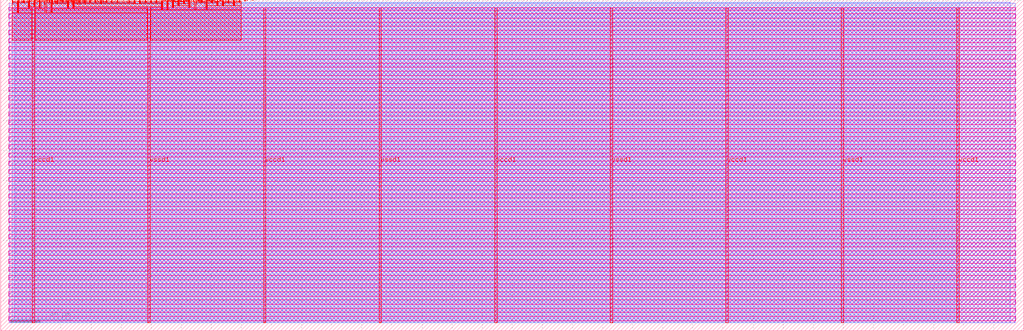
<source format=lef>
VERSION 5.7 ;
  NOWIREEXTENSIONATPIN ON ;
  DIVIDERCHAR "/" ;
  BUSBITCHARS "[]" ;
MACRO tt_um_greycode_top
  CLASS BLOCK ;
  FOREIGN tt_um_greycode_top ;
  ORIGIN 0.000 0.000 ;
  SIZE 679.880 BY 220.320 ;
  PIN clk
    DIRECTION INPUT ;
    USE SIGNAL ;
    PORT
      LAYER met4 ;
        RECT 158.550 219.150 158.850 220.320 ;
    END
  END clk
  PIN ena
    DIRECTION INPUT ;
    USE SIGNAL ;
    PORT
      LAYER met4 ;
        RECT 162.230 219.320 162.530 220.320 ;
    END
  END ena
  PIN rst_n
    DIRECTION INPUT ;
    USE SIGNAL ;
    PORT
      LAYER met4 ;
        RECT 154.870 216.740 155.170 220.320 ;
    END
  END rst_n
  PIN ui_in[0]
    DIRECTION INPUT ;
    USE SIGNAL ;
    PORT
      LAYER met4 ;
        RECT 151.190 218.780 151.490 220.320 ;
    END
  END ui_in[0]
  PIN ui_in[1]
    DIRECTION INPUT ;
    USE SIGNAL ;
    PORT
      LAYER met4 ;
        RECT 147.510 216.740 147.810 220.320 ;
    END
  END ui_in[1]
  PIN ui_in[2]
    DIRECTION INPUT ;
    USE SIGNAL ;
    PORT
      LAYER met4 ;
        RECT 143.830 216.740 144.130 220.320 ;
    END
  END ui_in[2]
  PIN ui_in[3]
    DIRECTION INPUT ;
    USE SIGNAL ;
    PORT
      LAYER met4 ;
        RECT 140.150 218.780 140.450 220.320 ;
    END
  END ui_in[3]
  PIN ui_in[4]
    DIRECTION INPUT ;
    USE SIGNAL ;
    PORT
      LAYER met4 ;
        RECT 136.470 214.020 136.770 220.320 ;
    END
  END ui_in[4]
  PIN ui_in[5]
    DIRECTION INPUT ;
    USE SIGNAL ;
    PORT
      LAYER met4 ;
        RECT 132.790 218.780 133.090 220.320 ;
    END
  END ui_in[5]
  PIN ui_in[6]
    DIRECTION INPUT ;
    USE SIGNAL ;
    PORT
      LAYER met4 ;
        RECT 129.110 214.020 129.410 220.320 ;
    END
  END ui_in[6]
  PIN ui_in[7]
    DIRECTION INPUT ;
    USE SIGNAL ;
    PORT
      LAYER met4 ;
        RECT 125.430 215.380 125.730 220.320 ;
    END
  END ui_in[7]
  PIN uio_in[0]
    DIRECTION INPUT ;
    USE SIGNAL ;
    PORT
      LAYER met4 ;
        RECT 121.750 218.100 122.050 220.320 ;
    END
  END uio_in[0]
  PIN uio_in[1]
    DIRECTION INPUT ;
    USE SIGNAL ;
    PORT
      LAYER met4 ;
        RECT 118.070 216.740 118.370 220.320 ;
    END
  END uio_in[1]
  PIN uio_in[2]
    DIRECTION INPUT ;
    USE SIGNAL ;
    PORT
      LAYER met4 ;
        RECT 114.390 215.380 114.690 220.320 ;
    END
  END uio_in[2]
  PIN uio_in[3]
    DIRECTION INPUT ;
    USE SIGNAL ;
    PORT
      LAYER met4 ;
        RECT 110.710 214.020 111.010 220.320 ;
    END
  END uio_in[3]
  PIN uio_in[4]
    DIRECTION INPUT ;
    USE SIGNAL ;
    PORT
      LAYER met4 ;
        RECT 107.030 214.020 107.330 220.320 ;
    END
  END uio_in[4]
  PIN uio_in[5]
    DIRECTION INPUT ;
    USE SIGNAL ;
    PORT
      LAYER met4 ;
        RECT 103.350 218.780 103.650 220.320 ;
    END
  END uio_in[5]
  PIN uio_in[6]
    DIRECTION INPUT ;
    USE SIGNAL ;
    PORT
      LAYER met4 ;
        RECT 99.670 218.780 99.970 220.320 ;
    END
  END uio_in[6]
  PIN uio_in[7]
    DIRECTION INPUT ;
    USE SIGNAL ;
    PORT
      LAYER met4 ;
        RECT 95.990 218.780 96.290 220.320 ;
    END
  END uio_in[7]
  PIN uio_oe[0]
    DIRECTION OUTPUT TRISTATE ;
    USE SIGNAL ;
    PORT
      LAYER met4 ;
        RECT 33.430 211.980 33.730 220.320 ;
    END
  END uio_oe[0]
  PIN uio_oe[1]
    DIRECTION OUTPUT TRISTATE ;
    USE SIGNAL ;
    PORT
      LAYER met4 ;
        RECT 29.750 211.980 30.050 220.320 ;
    END
  END uio_oe[1]
  PIN uio_oe[2]
    DIRECTION OUTPUT TRISTATE ;
    USE SIGNAL ;
    PORT
      LAYER met4 ;
        RECT 26.070 214.700 26.370 220.320 ;
    END
  END uio_oe[2]
  PIN uio_oe[3]
    DIRECTION OUTPUT TRISTATE ;
    USE SIGNAL ;
    PORT
      LAYER met4 ;
        RECT 22.390 216.060 22.690 220.320 ;
    END
  END uio_oe[3]
  PIN uio_oe[4]
    DIRECTION OUTPUT TRISTATE ;
    USE SIGNAL ;
    PORT
      LAYER met4 ;
        RECT 18.710 214.700 19.010 220.320 ;
    END
  END uio_oe[4]
  PIN uio_oe[5]
    DIRECTION OUTPUT TRISTATE ;
    USE SIGNAL ;
    PORT
      LAYER met4 ;
        RECT 15.030 218.780 15.330 220.320 ;
    END
  END uio_oe[5]
  PIN uio_oe[6]
    DIRECTION OUTPUT TRISTATE ;
    USE SIGNAL ;
    PORT
      LAYER met4 ;
        RECT 11.350 211.980 11.650 220.320 ;
    END
  END uio_oe[6]
  PIN uio_oe[7]
    DIRECTION OUTPUT TRISTATE ;
    USE SIGNAL ;
    PORT
      LAYER met4 ;
        RECT 7.670 218.780 7.970 220.320 ;
    END
  END uio_oe[7]
  PIN uio_out[0]
    DIRECTION OUTPUT TRISTATE ;
    USE SIGNAL ;
    PORT
      LAYER met4 ;
        RECT 62.870 218.780 63.170 220.320 ;
    END
  END uio_out[0]
  PIN uio_out[1]
    DIRECTION OUTPUT TRISTATE ;
    USE SIGNAL ;
    PORT
      LAYER met4 ;
        RECT 59.190 218.780 59.490 220.320 ;
    END
  END uio_out[1]
  PIN uio_out[2]
    DIRECTION OUTPUT TRISTATE ;
    USE SIGNAL ;
    PORT
      LAYER met4 ;
        RECT 55.510 218.780 55.810 220.320 ;
    END
  END uio_out[2]
  PIN uio_out[3]
    DIRECTION OUTPUT TRISTATE ;
    USE SIGNAL ;
    PORT
      LAYER met4 ;
        RECT 51.830 218.780 52.130 220.320 ;
    END
  END uio_out[3]
  PIN uio_out[4]
    DIRECTION OUTPUT TRISTATE ;
    USE SIGNAL ;
    PORT
      LAYER met4 ;
        RECT 48.150 214.700 48.450 220.320 ;
    END
  END uio_out[4]
  PIN uio_out[5]
    DIRECTION OUTPUT TRISTATE ;
    USE SIGNAL ;
    PORT
      LAYER met4 ;
        RECT 44.470 214.700 44.770 220.320 ;
    END
  END uio_out[5]
  PIN uio_out[6]
    DIRECTION OUTPUT TRISTATE ;
    USE SIGNAL ;
    PORT
      LAYER met4 ;
        RECT 40.790 218.780 41.090 220.320 ;
    END
  END uio_out[6]
  PIN uio_out[7]
    DIRECTION OUTPUT TRISTATE ;
    USE SIGNAL ;
    PORT
      LAYER met4 ;
        RECT 37.110 218.100 37.410 220.320 ;
    END
  END uio_out[7]
  PIN uo_out[0]
    DIRECTION OUTPUT TRISTATE ;
    USE SIGNAL ;
    PORT
      LAYER met4 ;
        RECT 92.310 218.100 92.610 220.320 ;
    END
  END uo_out[0]
  PIN uo_out[1]
    DIRECTION OUTPUT TRISTATE ;
    USE SIGNAL ;
    PORT
      LAYER met4 ;
        RECT 88.630 218.100 88.930 220.320 ;
    END
  END uo_out[1]
  PIN uo_out[2]
    DIRECTION OUTPUT TRISTATE ;
    USE SIGNAL ;
    PORT
      LAYER met4 ;
        RECT 84.950 218.780 85.250 220.320 ;
    END
  END uo_out[2]
  PIN uo_out[3]
    DIRECTION OUTPUT TRISTATE ;
    USE SIGNAL ;
    PORT
      LAYER met4 ;
        RECT 81.270 218.780 81.570 220.320 ;
    END
  END uo_out[3]
  PIN uo_out[4]
    DIRECTION OUTPUT TRISTATE ;
    USE SIGNAL ;
    PORT
      LAYER met4 ;
        RECT 77.590 218.780 77.890 220.320 ;
    END
  END uo_out[4]
  PIN uo_out[5]
    DIRECTION OUTPUT TRISTATE ;
    USE SIGNAL ;
    PORT
      LAYER met4 ;
        RECT 73.910 218.780 74.210 220.320 ;
    END
  END uo_out[5]
  PIN uo_out[6]
    DIRECTION OUTPUT TRISTATE ;
    USE SIGNAL ;
    PORT
      LAYER met4 ;
        RECT 70.230 218.780 70.530 220.320 ;
    END
  END uo_out[6]
  PIN uo_out[7]
    DIRECTION OUTPUT TRISTATE ;
    USE SIGNAL ;
    PORT
      LAYER met4 ;
        RECT 66.550 218.100 66.850 220.320 ;
    END
  END uo_out[7]
  PIN vccd1
    DIRECTION INOUT ;
    USE POWER ;
    PORT
      LAYER met4 ;
        RECT 21.040 5.200 22.640 215.120 ;
    END
    PORT
      LAYER met4 ;
        RECT 174.640 5.200 176.240 215.120 ;
    END
    PORT
      LAYER met4 ;
        RECT 328.240 5.200 329.840 215.120 ;
    END
    PORT
      LAYER met4 ;
        RECT 481.840 5.200 483.440 215.120 ;
    END
    PORT
      LAYER met4 ;
        RECT 635.440 5.200 637.040 215.120 ;
    END
  END vccd1
  PIN vssd1
    DIRECTION INOUT ;
    USE GROUND ;
    PORT
      LAYER met4 ;
        RECT 97.840 5.200 99.440 215.120 ;
    END
    PORT
      LAYER met4 ;
        RECT 251.440 5.200 253.040 215.120 ;
    END
    PORT
      LAYER met4 ;
        RECT 405.040 5.200 406.640 215.120 ;
    END
    PORT
      LAYER met4 ;
        RECT 558.640 5.200 560.240 215.120 ;
    END
  END vssd1
  OBS
      LAYER nwell ;
        RECT 5.330 213.465 674.550 215.070 ;
        RECT 5.330 208.025 674.550 210.855 ;
        RECT 5.330 202.585 674.550 205.415 ;
        RECT 5.330 197.145 674.550 199.975 ;
        RECT 5.330 191.705 674.550 194.535 ;
        RECT 5.330 186.265 674.550 189.095 ;
        RECT 5.330 180.825 674.550 183.655 ;
        RECT 5.330 175.385 674.550 178.215 ;
        RECT 5.330 169.945 674.550 172.775 ;
        RECT 5.330 164.505 674.550 167.335 ;
        RECT 5.330 159.065 674.550 161.895 ;
        RECT 5.330 153.625 674.550 156.455 ;
        RECT 5.330 148.185 674.550 151.015 ;
        RECT 5.330 142.745 674.550 145.575 ;
        RECT 5.330 137.305 674.550 140.135 ;
        RECT 5.330 131.865 674.550 134.695 ;
        RECT 5.330 126.425 674.550 129.255 ;
        RECT 5.330 120.985 674.550 123.815 ;
        RECT 5.330 115.545 674.550 118.375 ;
        RECT 5.330 110.105 674.550 112.935 ;
        RECT 5.330 104.665 674.550 107.495 ;
        RECT 5.330 99.225 674.550 102.055 ;
        RECT 5.330 93.785 674.550 96.615 ;
        RECT 5.330 88.345 674.550 91.175 ;
        RECT 5.330 82.905 674.550 85.735 ;
        RECT 5.330 77.465 674.550 80.295 ;
        RECT 5.330 72.025 674.550 74.855 ;
        RECT 5.330 66.585 674.550 69.415 ;
        RECT 5.330 61.145 674.550 63.975 ;
        RECT 5.330 55.705 674.550 58.535 ;
        RECT 5.330 50.265 674.550 53.095 ;
        RECT 5.330 44.825 674.550 47.655 ;
        RECT 5.330 39.385 674.550 42.215 ;
        RECT 5.330 33.945 674.550 36.775 ;
        RECT 5.330 28.505 674.550 31.335 ;
        RECT 5.330 23.065 674.550 25.895 ;
        RECT 5.330 17.625 674.550 20.455 ;
        RECT 5.330 12.185 674.550 15.015 ;
        RECT 5.330 6.745 674.550 9.575 ;
      LAYER li1 ;
        RECT 5.520 5.355 674.360 214.965 ;
      LAYER met1 ;
        RECT 5.520 5.200 674.360 217.900 ;
      LAYER met2 ;
        RECT 9.300 5.255 671.040 218.805 ;
      LAYER met3 ;
        RECT 7.630 5.275 637.030 218.785 ;
      LAYER met4 ;
        RECT 8.370 218.380 10.950 219.450 ;
        RECT 7.655 211.580 10.950 218.380 ;
        RECT 12.050 218.380 14.630 219.450 ;
        RECT 15.730 218.380 18.310 219.450 ;
        RECT 12.050 214.300 18.310 218.380 ;
        RECT 19.410 215.660 21.990 219.450 ;
        RECT 23.090 215.660 25.670 219.450 ;
        RECT 19.410 215.520 25.670 215.660 ;
        RECT 19.410 214.300 20.640 215.520 ;
        RECT 12.050 211.580 20.640 214.300 ;
        RECT 7.655 193.295 20.640 211.580 ;
        RECT 23.040 214.300 25.670 215.520 ;
        RECT 26.770 214.300 29.350 219.450 ;
        RECT 23.040 211.580 29.350 214.300 ;
        RECT 30.450 211.580 33.030 219.450 ;
        RECT 34.130 217.700 36.710 219.450 ;
        RECT 37.810 218.380 40.390 219.450 ;
        RECT 41.490 218.380 44.070 219.450 ;
        RECT 37.810 217.700 44.070 218.380 ;
        RECT 34.130 214.300 44.070 217.700 ;
        RECT 45.170 214.300 47.750 219.450 ;
        RECT 48.850 218.380 51.430 219.450 ;
        RECT 52.530 218.380 55.110 219.450 ;
        RECT 56.210 218.380 58.790 219.450 ;
        RECT 59.890 218.380 62.470 219.450 ;
        RECT 63.570 218.380 66.150 219.450 ;
        RECT 48.850 217.700 66.150 218.380 ;
        RECT 67.250 218.380 69.830 219.450 ;
        RECT 70.930 218.380 73.510 219.450 ;
        RECT 74.610 218.380 77.190 219.450 ;
        RECT 78.290 218.380 80.870 219.450 ;
        RECT 81.970 218.380 84.550 219.450 ;
        RECT 85.650 218.380 88.230 219.450 ;
        RECT 67.250 217.700 88.230 218.380 ;
        RECT 89.330 217.700 91.910 219.450 ;
        RECT 93.010 218.380 95.590 219.450 ;
        RECT 96.690 218.380 99.270 219.450 ;
        RECT 100.370 218.380 102.950 219.450 ;
        RECT 104.050 218.380 106.630 219.450 ;
        RECT 93.010 217.700 106.630 218.380 ;
        RECT 48.850 215.520 106.630 217.700 ;
        RECT 48.850 214.300 97.440 215.520 ;
        RECT 34.130 211.580 97.440 214.300 ;
        RECT 23.040 193.295 97.440 211.580 ;
        RECT 99.840 213.620 106.630 215.520 ;
        RECT 107.730 213.620 110.310 219.450 ;
        RECT 111.410 214.980 113.990 219.450 ;
        RECT 115.090 216.340 117.670 219.450 ;
        RECT 118.770 217.700 121.350 219.450 ;
        RECT 122.450 217.700 125.030 219.450 ;
        RECT 118.770 216.340 125.030 217.700 ;
        RECT 115.090 214.980 125.030 216.340 ;
        RECT 126.130 214.980 128.710 219.450 ;
        RECT 111.410 213.620 128.710 214.980 ;
        RECT 129.810 218.380 132.390 219.450 ;
        RECT 133.490 218.380 136.070 219.450 ;
        RECT 129.810 213.620 136.070 218.380 ;
        RECT 137.170 218.380 139.750 219.450 ;
        RECT 140.850 218.380 143.430 219.450 ;
        RECT 137.170 216.340 143.430 218.380 ;
        RECT 144.530 216.340 147.110 219.450 ;
        RECT 148.210 218.380 150.790 219.450 ;
        RECT 151.890 218.380 154.470 219.450 ;
        RECT 148.210 216.340 154.470 218.380 ;
        RECT 155.570 218.750 158.150 219.450 ;
        RECT 159.250 218.750 159.785 219.450 ;
        RECT 155.570 216.340 159.785 218.750 ;
        RECT 137.170 213.620 159.785 216.340 ;
        RECT 99.840 193.295 159.785 213.620 ;
  END
END tt_um_greycode_top
END LIBRARY


</source>
